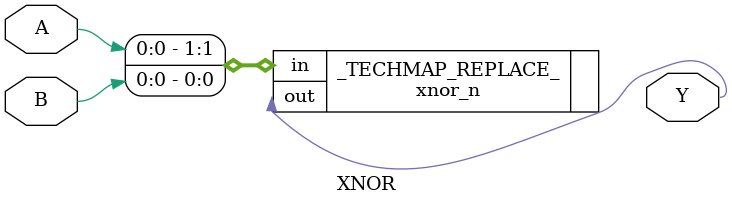
<source format=v>
module BUF (A, Y);
  
  input A;
  output Y;
  bufg #(.tphl (0), .tplh (0)) _TECHMAP_REPLACE_ (
    .in(A),
    .out(Y),
  );
endmodule

module TIELOM (Y);
  
  output Y;
  bufg #(.tphl (0), .tplh (0)) _TECHMAP_REPLACE_ (
    .in(1'b0),
    .out(Y),
  );
endmodule

module TIEHIM (Y);
  
  output Y;
  bufg #(.tphl (0), .tplh (0)) _TECHMAP_REPLACE_ (
    .in(1'b1),
    .out(Y),
  );
endmodule

module IBUF (I, O);
  
  input I;
  output O;
  pin #(.n (1)) _TECHMAP_REPLACE_ (
    .in(I),
    .out(O),
  );
endmodule

module OBUF (I, O);
  
  input I;
  output O;
  pout #(.n (1)) _TECHMAP_REPLACE_ (
    .in(I),
    .out(O),
  );
endmodule

module NOT (A, Y);
  
  input A;
  output Y;
  notg #(.tphl (0),.tplh (0)) _TECHMAP_REPLACE_ (
    .in(A),
    .out(Y),
  );
endmodule

module AND (A, B, Y);
  
  input A, B;
  output Y;
  and_n #(.n(2),.tphl (0),.tplh (0)) _TECHMAP_REPLACE_ (
    .in({A,B}),
    .out(Y),
  );
endmodule

module NAND (A, B, Y);
  
  input A, B;
  output Y;
  nand_n #(.n(2),.tphl (0),.tplh (0)) _TECHMAP_REPLACE_ (
    .in({A,B}),
    .out(Y),
  );
endmodule

module OR (A, B, Y);
  
  input A, B;
  output Y;
  or_n #(.n(2),.tphl (0),.tplh (0)) _TECHMAP_REPLACE_ (
    .in({A,B}),
    .out(Y),
  );
endmodule

module NOR (A, B, Y);
  
  input A, B;
  output Y;
  nor_n #(.n(2),.tphl (0),.tplh (0)) _TECHMAP_REPLACE_ (
    .in({A,B}),
    .out(Y),
  );
endmodule

module XOR (A, B, Y);
  
  input A, B;
  output Y;
  xor_n #(.n(2),.tphl (0),.tplh (0)) _TECHMAP_REPLACE_ (
    .in({A,B}),
    .out(Y),
  );
endmodule

module XNOR (A, B, Y);
  
  input A, B;
  output Y;
  xnor_n #(.n(2),.tphl (0),.tplh (0)) _TECHMAP_REPLACE_ (
    .in({A,B}),
    .out(Y),
  );
endmodule

</source>
